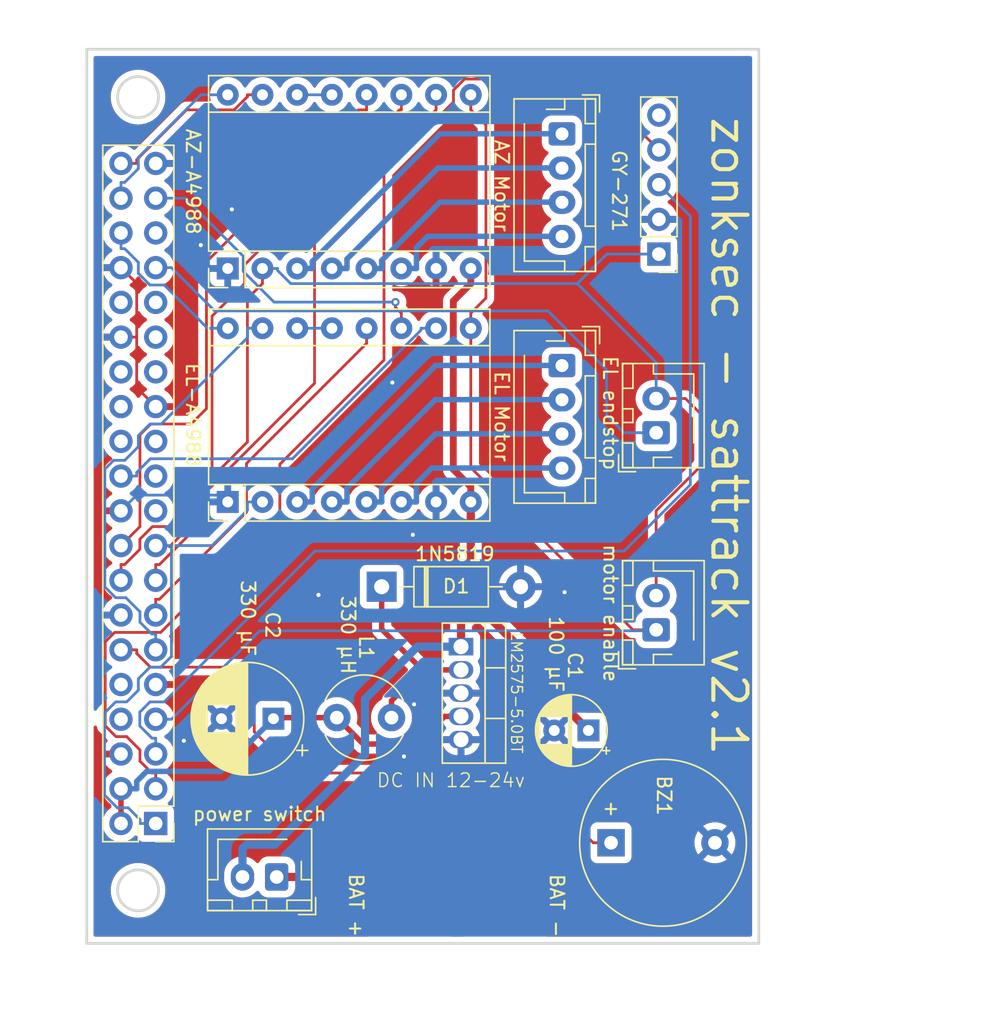
<source format=kicad_pcb>
(kicad_pcb (version 20240108) (generator "pcbnew") (generator_version "8.0")
  (layers (0 "F.Cu" signal) (31 "B.Cu" signal) (34 "B.Paste" user) (35 "F.Paste" user) (36 "B.SilkS" user "B.Silkscreen") (37 "F.SilkS" user "F.Silkscreen") (38 "B.Mask" user) (39 "F.Mask" user) (44 "Edge.Cuts" user))
  (net 0 "")
  (net 1 "GND")
  (net 2 "AZ ms1")
  (net 3 "AZ dir")
  (net 4 "AZ ms3")
  (net 5 "+3.3V")
  (net 6 "+12-24v")
  (net 7 "AZ ms2")
  (net 8 "AZ step")
  (net 9 "EL step")
  (net 10 "EL ms1")
  (net 11 "EL ms3")
  (net 12 "EL ms2")
  (net 13 "EL dir")
  (net 14 "Net-(BZ1-+)")
  (net 20 "+5V")
  (net 22 "i2c SDA")
  (net 25 "i2c SCL")
  (net 30 "Net-(AZ-A4988-1A)")
  (net 31 "Net-(AZ-A4988-2B)")
  (net 32 "Net-(AZ-A4988-1B)")
  (net 33 "Net-(AZ-A4988-2A)")
  (net 34 "Net-(AZ-A4988-~{RESET})")
  (net 35 "Net-(EL-A4988-2B)")
  (net 36 "EL endstop")
  (net 39 "Net-(EL-A4988-1A)")
  (net 40 "Net-(EL-A4988-2A)")
  (net 41 "Net-(EL-A4988-1B)")
  (net 42 "Net-(EL-A4988-~{RESET})")
  (net 43 "stepper enable")
  (net 44 "Net-(J6-Pin_1)")
  (net 45 "Net-(D1-K)")
  (footprint "Connector_JST:JST_XH_B2B-XH-AM_1x02_P2.50mm_Vertical" (layer "F.Cu") (at 91.4 78.04 90)
    (property "Reference" "J8" (hide yes))
    (property "Value" "EL endstop" (at 1.44 -3.36 -90) (layer "F.SilkS"))
    (pad "1" thru_hole roundrect (at 0 0 90) (size 1.7 2) (drill 1) (layers "*.Cu" "*.Mask") (roundrect_rratio 0.147059) (net 36 "EL endstop"))
    (pad "2" thru_hole oval (at 2.5 0 90) (size 1.7 2) (drill 1) (layers "*.Cu" "*.Mask") (net 5 "+3.3V"))
  )
  (footprint "Connector_Wire:SolderWirePad_1x01_SMD_5x10mm" (layer "F.Cu") (at 73.35 109.58)
    (property "Reference" "J6" (hide yes))
    (property "Value" "BAT +" (at -3.9 3.02 -90) (layer "F.SilkS"))
    (pad "1" smd rect (at 0 0) (size 5 10) (layers "F.Cu" "F.Paste" "F.Mask") (net 44 "Net-(J6-Pin_1)"))
  )
  (footprint "Inductor_THT:L_Radial_D6.0mm_P4.00mm" (layer "F.Cu") (at 72.04 98.87 180)
    (property "Reference" "L1" (at 1.85 5.13 -90) (layer "F.SilkS"))
    (property "Value" "330 µH" (at 3.18 6.04 -90) (layer "F.SilkS"))
    (pad "1" thru_hole circle (at 0 0 180) (size 2 2) (drill 1) (layers "*.Cu" "*.Mask") (net 45 "Net-(D1-K)"))
    (pad "2" thru_hole circle (at 4 0 180) (size 2 2) (drill 1) (layers "*.Cu" "*.Mask") (net 20 "+5V"))
  )
  (footprint "Connector_PinHeader_2.54mm:PinHeader_2x20_P2.54mm_Vertical" (layer "F.Cu") (at 53.5 82.5 180)
    (property "Reference" "J1" (hide yes))
    (property "Value" "Raspberry_Pi_2_3" (hide yes))
    (pad "1" thru_hole rect (at -1.29 -24.11 180) (size 1.7 1.7) (drill 1) (layers "*.Cu" "*.Mask") (net 5 "+3.3V"))
    (pad "2" thru_hole oval (at 1.25 -24.11 180) (size 1.7 1.7) (drill 1) (layers "*.Cu" "*.Mask") (net 20 "+5V"))
    (pad "3" thru_hole oval (at -1.29 -21.57 180) (size 1.7 1.7) (drill 1) (layers "*.Cu" "*.Mask") (net 22 "i2c SDA"))
    (pad "4" thru_hole oval (at 1.25 -21.57 180) (size 1.7 1.7) (drill 1) (layers "*.Cu" "*.Mask") (net 20 "+5V"))
    (pad "5" thru_hole oval (at -1.29 -19.03 180) (size 1.7 1.7) (drill 1) (layers "*.Cu" "*.Mask") (net 25 "i2c SCL"))
    (pad "6" thru_hole oval (at 1.25 -19.03 180) (size 1.7 1.7) (drill 1) (layers "*.Cu" "*.Mask") (net 1 "GND"))
    (pad "7" thru_hole oval (at -1.29 -16.49 180) (size 1.7 1.7) (drill 1) (layers "*.Cu" "*.Mask") (net 43 "stepper enable"))
    (pad "8" thru_hole oval (at 1.25 -16.49 180) (size 1.7 1.7) (drill 1) (layers "*.Cu" "*.Mask"))
    (pad "9" thru_hole oval (at -1.29 -13.95 180) (size 1.7 1.7) (drill 1) (layers "*.Cu" "*.Mask") (net 1 "GND"))
    (pad "10" thru_hole oval (at 1.25 -13.95 180) (size 1.7 1.7) (drill 1) (layers "*.Cu" "*.Mask"))
    (pad "11" thru_hole oval (at -1.29 -11.41 180) (size 1.7 1.7) (drill 1) (layers "*.Cu" "*.Mask") (net 9 "EL step"))
    (pad "12" thru_hole oval (at 1.25 -11.41 180) (size 1.7 1.7) (drill 1) (layers "*.Cu" "*.Mask") (net 14 "Net-(BZ1-+)"))
    (pad "13" thru_hole oval (at -1.29 -8.87 180) (size 1.7 1.7) (drill 1) (layers "*.Cu" "*.Mask") (net 11 "EL ms3"))
    (pad "14" thru_hole oval (at 1.25 -8.87 180) (size 1.7 1.7) (drill 1) (layers "*.Cu" "*.Mask") (net 1 "GND"))
    (pad "15" thru_hole oval (at -1.29 -6.33 180) (size 1.7 1.7) (drill 1) (layers "*.Cu" "*.Mask") (net 2 "AZ ms1"))
    (pad "16" thru_hole oval (at 1.25 -6.33 180) (size 1.7 1.7) (drill 1) (layers "*.Cu" "*.Mask") (net 7 "AZ ms2"))
    (pad "17" thru_hole oval (at -1.29 -3.79 180) (size 1.7 1.7) (drill 1) (layers "*.Cu" "*.Mask") (net 5 "+3.3V"))
    (pad "18" thru_hole oval (at 1.25 -3.79 180) (size 1.7 1.7) (drill 1) (layers "*.Cu" "*.Mask") (net 4 "AZ ms3"))
    (pad "19" thru_hole oval (at -1.29 -1.25 180) (size 1.7 1.7) (drill 1) (layers "*.Cu" "*.Mask"))
    (pad "20" thru_hole oval (at 1.25 -1.25 180) (size 1.7 1.7) (drill 1) (layers "*.Cu" "*.Mask") (net 1 "GND"))
    (pad "21" thru_hole oval (at -1.29 1.29 180) (size 1.7 1.7) (drill 1) (layers "*.Cu" "*.Mask"))
    (pad "22" thru_hole oval (at 1.25 1.29 180) (size 1.7 1.7) (drill 1) (layers "*.Cu" "*.Mask") (net 10 "EL ms1"))
    (pad "23" thru_hole oval (at -1.29 3.83 180) (size 1.7 1.7) (drill 1) (layers "*.Cu" "*.Mask"))
    (pad "24" thru_hole oval (at 1.25 3.83 180) (size 1.7 1.7) (drill 1) (layers "*.Cu" "*.Mask"))
    (pad "25" thru_hole oval (at -1.29 6.37 180) (size 1.7 1.7) (drill 1) (layers "*.Cu" "*.Mask") (net 1 "GND"))
    (pad "26" thru_hole oval (at 1.25 6.37 180) (size 1.7 1.7) (drill 1) (layers "*.Cu" "*.Mask"))
    (pad "27" thru_hole oval (at -1.29 8.91 180) (size 1.7 1.7) (drill 1) (layers "*.Cu" "*.Mask"))
    (pad "28" thru_hole oval (at 1.25 8.91 180) (size 1.7 1.7) (drill 1) (layers "*.Cu" "*.Mask"))
    (pad "29" thru_hole oval (at -1.29 11.45 180) (size 1.7 1.7) (drill 1) (layers "*.Cu" "*.Mask"))
    (pad "30" thru_hole oval (at 1.25 11.45 180) (size 1.7 1.7) (drill 1) (layers "*.Cu" "*.Mask") (net 1 "GND"))
    (pad "31" thru_hole oval (at -1.29 13.99 180) (size 1.7 1.7) (drill 1) (layers "*.Cu" "*.Mask"))
    (pad "32" thru_hole oval (at 1.25 13.99 180) (size 1.7 1.7) (drill 1) (layers "*.Cu" "*.Mask"))
    (pad "33" thru_hole oval (at -1.29 16.53 180) (size 1.7 1.7) (drill 1) (layers "*.Cu" "*.Mask") (net 36 "EL endstop"))
    (pad "34" thru_hole oval (at 1.25 16.53 180) (size 1.7 1.7) (drill 1) (layers "*.Cu" "*.Mask") (net 1 "GND"))
    (pad "35" thru_hole oval (at -1.29 19.07 180) (size 1.7 1.7) (drill 1) (layers "*.Cu" "*.Mask"))
    (pad "36" thru_hole oval (at 1.25 19.07 180) (size 1.7 1.7) (drill 1) (layers "*.Cu" "*.Mask") (net 13 "EL dir"))
    (pad "37" thru_hole oval (at -1.29 21.61 180) (size 1.7 1.7) (drill 1) (layers "*.Cu" "*.Mask") (net 12 "EL ms2"))
    (pad "38" thru_hole oval (at 1.25 21.61 180) (size 1.7 1.7) (drill 1) (layers "*.Cu" "*.Mask") (net 3 "AZ dir"))
    (pad "39" thru_hole oval (at -1.29 24.15 180) (size 1.7 1.7) (drill 1) (layers "*.Cu" "*.Mask") (net 1 "GND"))
    (pad "40" thru_hole oval (at 1.25 24.15 180) (size 1.7 1.7) (drill 1) (layers "*.Cu" "*.Mask") (net 8 "AZ step"))
  )
  (footprint "Capacitor_THT:CP_Radial_D8.0mm_P3.80mm" (layer "F.Cu") (at 63.402651 98.95 180)
    (property "Reference" "C2" (at 0.065113 6.85 -90) (layer "F.SilkS"))
    (property "Value" "330 µF" (at 1.865113 7.35 270) (layer "F.SilkS"))
    (pad "1" thru_hole rect (at 0 0 180) (size 1.6 1.6) (drill 0.8) (layers "*.Cu" "*.Mask") (net 20 "+5V"))
    (pad "2" thru_hole circle (at 3.8 0 180) (size 1.6 1.6) (drill 0.8) (layers "*.Cu" "*.Mask") (net 1 "GND"))
  )
  (footprint "Connector_Wire:SolderWirePad_1x01_SMD_5x10mm" (layer "F.Cu") (at 80.35 109.58)
    (property "Reference" "J7" (hide yes))
    (property "Value" "BAT -" (at 3.79 3.04 -90) (layer "F.SilkS"))
    (pad "1" smd rect (at 0 0) (size 5 10) (layers "F.Cu" "F.Paste" "F.Mask") (net 1 "GND"))
  )
  (footprint "Connector_JST:JST_XH_B4B-XH-AM_1x04_P2.50mm_Vertical" (layer "F.Cu") (at 84.51 56.19 -90)
    (property "Reference" "J4" (hide yes))
    (property "Value" "AZ Motor" (at 3.8 4.41 -90) (layer "F.SilkS"))
    (pad "1" thru_hole roundrect (at 0 0 270) (size 1.7 1.95) (drill 0.95) (layers "*.Cu" "*.Mask") (roundrect_rratio 0.147059) (net 32 "Net-(AZ-A4988-1B)"))
    (pad "2" thru_hole oval (at 2.5 0 270) (size 1.7 1.95) (drill 0.95) (layers "*.Cu" "*.Mask") (net 30 "Net-(AZ-A4988-1A)"))
    (pad "3" thru_hole oval (at 5 0 270) (size 1.7 1.95) (drill 0.95) (layers "*.Cu" "*.Mask") (net 33 "Net-(AZ-A4988-2A)"))
    (pad "4" thru_hole oval (at 7.5 0 270) (size 1.7 1.95) (drill 0.95) (layers "*.Cu" "*.Mask") (net 31 "Net-(AZ-A4988-2B)"))
  )
  (footprint "Connector_JST:JST_XH_B4B-XH-AM_1x04_P2.50mm_Vertical" (layer "F.Cu") (at 84.51 73.13 -90)
    (property "Reference" "J5" (hide yes))
    (property "Value" "EL Motor" (at 3.73 4.41 -90) (layer "F.SilkS"))
    (pad "1" thru_hole roundrect (at 0 0 270) (size 1.7 1.95) (drill 0.95) (layers "*.Cu" "*.Mask") (roundrect_rratio 0.147059) (net 41 "Net-(EL-A4988-1B)"))
    (pad "2" thru_hole oval (at 2.5 0 270) (size 1.7 1.95) (drill 0.95) (layers "*.Cu" "*.Mask") (net 39 "Net-(EL-A4988-1A)"))
    (pad "3" thru_hole oval (at 5 0 270) (size 1.7 1.95) (drill 0.95) (layers "*.Cu" "*.Mask") (net 40 "Net-(EL-A4988-2A)"))
    (pad "4" thru_hole oval (at 7.5 0 270) (size 1.7 1.95) (drill 0.95) (layers "*.Cu" "*.Mask") (net 35 "Net-(EL-A4988-2B)"))
  )
  (footprint "Capacitor_THT:CP_Radial_D5.0mm_P2.50mm" (layer "F.Cu") (at 86.445113 99.81 180)
    (property "Reference" "C1" (at 0.985113 4.75 -90) (layer "F.SilkS"))
    (property "Value" "100 µF" (at 2.365113 5.58 -90) (layer "F.SilkS"))
    (pad "1" thru_hole rect (at 0 0 180) (size 1.6 1.6) (drill 0.8) (layers "*.Cu" "*.Mask") (net 6 "+12-24v"))
    (pad "2" thru_hole circle (at 2.5 0 180) (size 1.6 1.6) (drill 0.8) (layers "*.Cu" "*.Mask") (net 1 "GND"))
  )
  (footprint "Package_TO_SOT_THT:TO-220-5_Vertical" (layer "F.Cu") (at 77.125 93.68 -90)
    (property "Reference" "U1" (hide yes))
    (property "Value" "LM2575-5.0BT" (at 3.36 -4.065 -90) (layer "F.SilkS") (effects (font (size 0.8 0.8) (thickness 0.1))))
    (pad "1" thru_hole rect (at 0 0 270) (size 1.275 1.8) (drill 1.1) (layers "*.Cu" "*.Mask") (net 6 "+12-24v"))
    (pad "2" thru_hole oval (at 1.7 0 270) (size 1.275 1.8) (drill 1.1) (layers "*.Cu" "*.Mask") (net 45 "Net-(D1-K)"))
    (pad "3" thru_hole oval (at 3.4 0 270) (size 1.275 1.8) (drill 1.1) (layers "*.Cu" "*.Mask") (net 1 "GND"))
    (pad "4" thru_hole oval (at 5.1 0 270) (size 1.275 1.8) (drill 1.1) (layers "*.Cu" "*.Mask") (net 20 "+5V"))
    (pad "5" thru_hole oval (at 6.8 0 270) (size 1.275 1.8) (drill 1.1) (layers "*.Cu" "*.Mask") (net 1 "GND"))
  )
  (footprint "Connector_PinHeader_2.54mm:PinHeader_1x05_P2.54mm_Vertical" (layer "F.Cu") (at 91.6 64.98 180)
    (property "Reference" "J3" (hide yes))
    (property "Value" "GY-271" (at 2.9 4.62 -90) (layer "F.SilkS"))
    (pad "1" thru_hole rect (at 0 0 180) (size 1.7 1.7) (drill 1) (layers "*.Cu" "*.Mask") (net 5 "+3.3V"))
    (pad "2" thru_hole oval (at 0 2.54 180) (size 1.7 1.7) (drill 1) (layers "*.Cu" "*.Mask") (net 1 "GND"))
    (pad "3" thru_hole oval (at 0 5.08 180) (size 1.7 1.7) (drill 1) (layers "*.Cu" "*.Mask") (net 25 "i2c SCL"))
    (pad "4" thru_hole oval (at 0 7.62 180) (size 1.7 1.7) (drill 1) (layers "*.Cu" "*.Mask") (net 22 "i2c SDA"))
    (pad "5" thru_hole oval (at 0 10.16 180) (size 1.7 1.7) (drill 1) (layers "*.Cu" "*.Mask"))
  )
  (footprint "Connector_JST:JST_XH_B2B-XH-AM_1x02_P2.50mm_Vertical" (layer "F.Cu") (at 91.4 92.45 90)
    (property "Reference" "J2" (hide yes))
    (property "Value" "motor enable" (at 1.21 -3.34 -90) (layer "F.SilkS"))
    (pad "1" thru_hole roundrect (at 0 0 90) (size 1.7 2) (drill 1) (layers "*.Cu" "*.Mask") (roundrect_rratio 0.147059) (net 43 "stepper enable"))
    (pad "2" thru_hole oval (at 2.5 0 90) (size 1.7 2) (drill 1) (layers "*.Cu" "*.Mask") (net 5 "+3.3V"))
  )
  (footprint "Module:Pololu_Breakout-16_15.2x20.3mm" (layer "F.Cu") (at 60.06 83.1 90)
    (property "Reference" "EL-A4988" (at 6.35 -2.54 -90) (layer "F.SilkS"))
    (property "Value" "Pololu_Breakout_A4988" (hide yes))
    (pad "1" thru_hole rect (at 0 0 90) (size 1.6 1.6) (drill 0.8) (layers "*.Cu" "*.Mask") (net 1 "GND"))
    (pad "2" thru_hole oval (at 0 2.54 90) (size 1.6 1.6) (drill 0.8) (layers "*.Cu" "*.Mask") (net 5 "+3.3V"))
    (pad "3" thru_hole oval (at 0 5.08 90) (size 1.6 1.6) (drill 0.8) (layers "*.Cu" "*.Mask") (net 41 "Net-(EL-A4988-1B)"))
    (pad "4" thru_hole oval (at 0 7.62 90) (size 1.6 1.6) (drill 0.8) (layers "*.Cu" "*.Mask") (net 39 "Net-(EL-A4988-1A)"))
    (pad "5" thru_hole oval (at 0 10.16 90) (size 1.6 1.6) (drill 0.8) (layers "*.Cu" "*.Mask") (net 40 "Net-(EL-A4988-2A)"))
    (pad "6" thru_hole oval (at 0 12.7 90) (size 1.6 1.6) (drill 0.8) (layers "*.Cu" "*.Mask") (net 35 "Net-(EL-A4988-2B)"))
    (pad "7" thru_hole oval (at 0 15.24 90) (size 1.6 1.6) (drill 0.8) (layers "*.Cu" "*.Mask") (net 1 "GND"))
    (pad "8" thru_hole oval (at 0 17.78 90) (size 1.6 1.6) (drill 0.8) (layers "*.Cu" "*.Mask") (net 6 "+12-24v"))
    (pad "9" thru_hole oval (at 12.7 17.78 90) (size 1.6 1.6) (drill 0.8) (layers "*.Cu" "*.Mask") (net 43 "stepper enable"))
    (pad "10" thru_hole oval (at 12.7 15.24 90) (size 1.6 1.6) (drill 0.8) (layers "*.Cu" "*.Mask") (net 10 "EL ms1"))
    (pad "11" thru_hole oval (at 12.7 12.7 90) (size 1.6 1.6) (drill 0.8) (layers "*.Cu" "*.Mask") (net 12 "EL ms2"))
    (pad "12" thru_hole oval (at 12.7 10.16 90) (size 1.6 1.6) (drill 0.8) (layers "*.Cu" "*.Mask") (net 11 "EL ms3"))
    (pad "13" thru_hole oval (at 12.7 7.62 90) (size 1.6 1.6) (drill 0.8) (layers "*.Cu" "*.Mask") (net 42 "Net-(EL-A4988-~{RESET})"))
    (pad "14" thru_hole oval (at 12.7 5.08 90) (size 1.6 1.6) (drill 0.8) (layers "*.Cu" "*.Mask") (net 42 "Net-(EL-A4988-~{RESET})"))
    (pad "15" thru_hole oval (at 12.7 2.54 90) (size 1.6 1.6) (drill 0.8) (layers "*.Cu" "*.Mask") (net 9 "EL step"))
    (pad "16" thru_hole oval (at 12.7 0 90) (size 1.6 1.6) (drill 0.8) (layers "*.Cu" "*.Mask") (net 13 "EL dir"))
  )
  (footprint "Module:Pololu_Breakout-16_15.2x20.3mm" (layer "F.Cu") (at 60.06 66.03 90)
    (property "Reference" "AZ-A4988" (at 6.35 -2.54 -90) (layer "F.SilkS"))
    (property "Value" "Pololu_Breakout_A4988" (hide yes))
    (pad "1" thru_hole rect (at 0 0 90) (size 1.6 1.6) (drill 0.8) (layers "*.Cu" "*.Mask") (net 1 "GND"))
    (pad "2" thru_hole oval (at 0 2.54 90) (size 1.6 1.6) (drill 0.8) (layers "*.Cu" "*.Mask") (net 5 "+3.3V"))
    (pad "3" thru_hole oval (at 0 5.08 90) (size 1.6 1.6) (drill 0.8) (layers "*.Cu" "*.Mask") (net 32 "Net-(AZ-A4988-1B)"))
    (pad "4" thru_hole oval (at 0 7.62 90) (size 1.6 1.6) (drill 0.8) (layers "*.Cu" "*.Mask") (net 30 "Net-(AZ-A4988-1A)"))
    (pad "5" thru_hole oval (at 0 10.16 90) (size 1.6 1.6) (drill 0.8) (layers "*.Cu" "*.Mask") (net 33 "Net-(AZ-A4988-2A)"))
    (pad "6" thru_hole oval (at 0 12.7 90) (size 1.6 1.6) (drill 0.8) (layers "*.Cu" "*.Mask") (net 31 "Net-(AZ-A4988-2B)"))
    (pad "7" thru_hole oval (at 0 15.24 90) (size 1.6 1.6) (drill 0.8) (layers "*.Cu" "*.Mask") (net 1 "GND"))
    (pad "8" thru_hole oval (at 0 17.78 90) (size 1.6 1.6) (drill 0.8) (layers "*.Cu" "*.Mask") (net 6 "+12-24v"))
    (pad "9" thru_hole oval (at 12.7 17.78 90) (size 1.6 1.6) (drill 0.8) (layers "*.Cu" "*.Mask") (net 43 "stepper enable"))
    (pad "10" thru_hole oval (at 12.7 15.24 90) (size 1.6 1.6) (drill 0.8) (layers "*.Cu" "*.Mask") (net 2 "AZ ms1"))
    (pad "11" thru_hole oval (at 12.7 12.7 90) (size 1.6 1.6) (drill 0.8) (layers "*.Cu" "*.Mask") (net 7 "AZ ms2"))
    (pad "12" thru_hole oval (at 12.7 10.16 90) (size 1.6 1.6) (drill 0.8) (layers "*.Cu" "*.Mask") (net 4 "AZ ms3"))
    (pad "13" thru_hole oval (at 12.7 7.62 90) (size 1.6 1.6) (drill 0.8) (layers "*.Cu" "*.Mask") (net 34 "Net-(AZ-A4988-~{RESET})"))
    (pad "14" thru_hole oval (at 12.7 5.08 90) (size 1.6 1.6) (drill 0.8) (layers "*.Cu" "*.Mask") (net 34 "Net-(AZ-A4988-~{RESET})"))
    (pad "15" thru_hole oval (at 12.7 2.54 90) (size 1.6 1.6) (drill 0.8) (layers "*.Cu" "*.Mask") (net 8 "AZ step"))
    (pad "16" thru_hole oval (at 12.7 0 90) (size 1.6 1.6) (drill 0.8) (layers "*.Cu" "*.Mask") (net 3 "AZ dir"))
  )
  (footprint "Buzzer_Beeper:Buzzer_12x9.5RM7.6" (layer "F.Cu") (at 88.1 108.02)
    (property "Reference" "BZ1" (at 3.88 -3.46 -90) (layer "F.SilkS"))
    (property "Value" "Buzzer" (hide yes))
    (fp_text user "+" (at -0.01 -2.54 0) (layer "F.SilkS"))
    (pad "1" thru_hole rect (at 0 0) (size 2 2) (drill 1) (layers "*.Cu" "*.Mask") (net 14 "Net-(BZ1-+)"))
    (pad "2" thru_hole circle (at 7.6 0) (size 2 2) (drill 1) (layers "*.Cu" "*.Mask") (net 1 "GND"))
  )
  (footprint "Diode_THT:D_DO-41_SOD81_P10.16mm_Horizontal" (layer "F.Cu") (at 71.32 89.3)
    (property "Reference" "D1" (at 5.45 -0.03 0) (layer "F.SilkS"))
    (property "Value" "1N5819" (at 5.36 -2.39 0) (layer "F.SilkS"))
    (pad "1" thru_hole rect (at 0 0) (size 2.2 2.2) (drill 1.1) (layers "*.Cu" "*.Mask") (net 45 "Net-(D1-K)"))
    (pad "2" thru_hole oval (at 10.16 0) (size 2.2 2.2) (drill 1.1) (layers "*.Cu" "*.Mask") (net 1 "GND"))
  )
  (footprint "Connector_JST:JST_XH_B2B-XH-AM_1x02_P2.50mm_Vertical" (layer "F.Cu") (at 63.64 110.52 180)
    (property "Reference" "J9" (hide yes))
    (property "Value" "power switch" (at 1.25 4.6 180) (layer "F.SilkS"))
    (pad "1" thru_hole roundrect (at 0 0 180) (size 1.7 2) (drill 1) (layers "*.Cu" "*.Mask") (roundrect_rratio 0.147059) (net 44 "Net-(J6-Pin_1)"))
    (pad "2" thru_hole oval (at 2.5 0 180) (size 1.7 2) (drill 1) (layers "*.Cu" "*.Mask") (net 6 "+12-24v"))
  )
  (gr_rect (start 49.75 50) (end 98.91 115.38) (stroke (width 0.2)) (fill none) (layer "Edge.Cuts"))
  (gr_circle (center 53.5 111.5) (end 55 111.5) (stroke (width 0.2)) (fill none) (layer "Edge.Cuts"))
  (gr_circle (center 53.5 53.5) (end 55 53.5) (stroke (width 0.2)) (fill none) (layer "Edge.Cuts"))
  (gr_text "DC IN 12-24v" (at 70.89 104.04 0) (layer "F.SilkS") (effects (font (size 1 1) (thickness 0.1)) (justify left bottom)))
  (gr_text "zonksec - sattrack v2.1" (at 95.26 54.76 270) (layer "F.SilkS") (effects (font (size 2.5 2.5) (thickness 0.3) (bold yes)) (justify left bottom)))
  (segment (start 53.4 67.12) (end 53.4 71.05) (width 0.2) (layer "F.Cu") (net 1))
  (segment (start 53.4 74.74) (end 54.79 76.13) (width 0.2) (layer "F.Cu") (net 1))
  (segment (start 52.25 71.05) (end 53.4 71.05) (width 0.2) (layer "F.Cu") (net 1))
  (segment (start 53.4 71.05) (end 53.4 74.74) (width 0.2) (layer "F.Cu") (net 1))
  (segment (start 52.25 65.97) (end 53.4 67.12) (width 0.2) (layer "F.Cu") (net 1))
  (via (at 84.7 89.7) (size 0.6) (drill 0.3) (layers "F.Cu" "B.Cu") (net 1))
  (via (at 72.1 74.37) (size 0.6) (drill 0.3) (layers "F.Cu" "B.Cu") (net 1))
  (via (at 58.09 64.32) (size 0.6) (drill 0.3) (layers "F.Cu" "B.Cu") (net 1))
  (via (at 73.6 85.5) (size 0.6) (drill 0.3) (layers "F.Cu" "B.Cu") (net 1))
  (via (at 73.69 97.9) (size 0.6) (drill 0.3) (layers "F.Cu" "B.Cu") (net 1))
  (via (at 60.36 61.71) (size 0.6) (drill 0.3) (layers "F.Cu" "B.Cu") (net 1))
  (via (at 56.85 100.56) (size 0.6) (drill 0.3) (layers "F.Cu" "B.Cu") (net 1))
  (via (at 72.95 101.71) (size 0.6) (drill 0.3) (layers "F.Cu" "B.Cu") (net 1))
  (via (at 66.7 89.9) (size 0.6) (drill 0.3) (layers "F.Cu" "B.Cu") (net 1))
  (segment (start 60.06 83.1) (end 59.56 82.6) (width 0.2) (layer "B.Cu") (net 1))
  (segment (start 59.56 82.6) (end 53.4 82.6) (width 0.2) (layer "B.Cu") (net 1))
  (segment (start 53.4 82.6) (end 52.25 83.75) (width 0.2) (layer "B.Cu") (net 1))
  (segment (start 58.37 82.4619) (end 66.41 74.4219) (width 0.2) (layer "F.Cu") (net 2))
  (segment (start 58.37 84.3668) (end 58.37 82.4619) (width 0.2) (layer "F.Cu") (net 2))
  (segment (start 55.0585 87.6783) (end 58.37 84.3668) (width 0.2) (layer "F.Cu") (net 2))
  (segment (start 54.79 88.83) (end 54.79 87.6783) (width 0.2) (layer "F.Cu") (net 2))
  (segment (start 54.79 87.6783) (end 55.0585 87.6783) (width 0.2) (layer "F.Cu") (net 2))
  (segment (start 66.41 63.3217) (end 75.3 54.4317) (width 0.2) (layer "F.Cu") (net 2))
  (segment (start 75.3 54.4317) (end 75.3 53.33) (width 0.2) (layer "F.Cu") (net 2))
  (segment (start 66.41 74.4219) (end 66.41 63.3217) (width 0.2) (layer "F.Cu") (net 2))
  (segment (start 53.52 58.7368) (end 52.5185 59.7383) (width 0.2) (layer "B.Cu") (net 3))
  (segment (start 58.0982 53.33) (end 53.52 57.9082) (width 0.2) (layer "B.Cu") (net 3))
  (segment (start 52.5185 59.7383) (end 52.25 59.7383) (width 0.2) (layer "B.Cu") (net 3))
  (segment (start 53.52 57.9082) (end 53.52 58.7368) (width 0.2) (layer "B.Cu") (net 3))
  (segment (start 60.06 53.33) (end 58.0982 53.33) (width 0.2) (layer "B.Cu") (net 3))
  (segment (start 52.25 60.89) (end 52.25 59.7383) (width 0.2) (layer "B.Cu") (net 3))
  (segment (start 69.6175 54.4317) (end 58.5 65.5492) (width 0.2) (layer "F.Cu") (net 4))
  (segment (start 54.4307 77.4) (end 53.6383 78.1924) (width 0.2) (layer "F.Cu") (net 4))
  (segment (start 58.5 65.5492) (end 58.5 76.28) (width 0.2) (layer "F.Cu") (net 4))
  (segment (start 57.38 77.4) (end 54.4307 77.4) (width 0.2) (layer "F.Cu") (net 4))
  (segment (start 58.5 76.28) (end 57.38 77.4) (width 0.2) (layer "F.Cu") (net 4))
  (segment (start 70.22 54.4317) (end 69.6175 54.4317) (width 0.2) (layer "F.Cu") (net 4))
  (segment (start 70.22 53.33) (end 70.22 54.4317) (width 0.2) (layer "F.Cu") (net 4))
  (segment (start 53.6383 84.9017) (end 52.25 86.29) (width 0.2) (layer "F.Cu") (net 4))
  (segment (start 53.6383 78.1924) (end 53.6383 84.9017) (width 0.2) (layer "F.Cu") (net 4))
  (segment (start 91.4 89.95) (end 91.4 83.74) (width 0.2) (layer "F.Cu") (net 5))
  (segment (start 93.54 75.54) (end 91.4 75.54) (width 0.2) (layer "F.Cu") (net 5))
  (segment (start 62.6 66.03) (end 62.6 67.1317) (width 0.2) (layer "F.Cu") (net 5))
  (segment (start 94.79 76.79) (end 93.54 75.54) (width 0.2) (layer "F.Cu") (net 5))
  (segment (start 62.6 67.1317) (end 61.4983 68.2334) (width 0.2) (layer "F.Cu") (net 5))
  (segment (start 91.4 83.74) (end 94.79 80.35) (width 0.2) (layer "F.Cu") (net 5))
  (segment (start 57.915557 82.300643) (end 57.915557 84.255557) (width 0.2) (layer "F.Cu") (net 5))
  (segment (start 61.4983 78.7179) (end 57.915557 82.300643) (width 0.2) (layer "F.Cu") (net 5))
  (segment (start 61.4983 68.2334) (end 61.4983 78.7179) (width 0.2) (layer "F.Cu") (net 5))
  (segment (start 57.915557 84.255557) (end 55.800557 86.370557) (width 0.2) (layer "F.Cu") (net 5))
  (segment (start 55.800557 86.370557) (end 55.72 86.29) (width 0.2) (layer "F.Cu") (net 5))
  (segment (start 94.79 80.35) (end 94.79 76.79) (width 0.2) (layer "F.Cu") (net 5))
  (segment (start 55.72 86.29) (end 54.79 86.29) (width 0.2) (layer "F.Cu") (net 5))
  (segment (start 52.6683 97.72) (end 53.52 96.8683) (width 0.2) (layer "B.Cu") (net 5))
  (segment (start 51.0498 104.5337) (end 51.0498 98.5285) (width 0.2) (layer "B.Cu") (net 5))
  (segment (start 52.7746 105.4583) (end 51.9744 105.4583) (width 0.2) (layer "B.Cu") (net 5))
  (segment (start 87.7883 64.98) (end 91.6 64.98) (width 0.2) (layer "B.Cu") (net 5))
  (segment (start 55.9417 94.3942) (end 55.9417 86.29) (width 0.2) (layer "B.Cu") (net 5))
  (segment (start 58.9108 86.29) (end 55.9417 86.29) (width 0.2) (layer "B.Cu") (net 5))
  (segment (start 55.9417 86.29) (end 54.79 86.29) (width 0.2) (layer "B.Cu") (net 5))
  (segment (start 91.4 72.9043) (end 91.4 75.54) (width 0.2) (layer "B.Cu") (net 5))
  (segment (start 61.4983 83.7025) (end 58.9108 86.29) (width 0.2) (layer "B.Cu") (net 5))
  (segment (start 85.632 67.1363) (end 87.7883 64.98) (width 0.2) (layer "B.Cu") (net 5))
  (segment (start 62.6 66.03) (end 63.7017 66.03) (width 0.2) (layer "B.Cu") (net 5))
  (segment (start 55.1559 95.18) (end 55.9417 94.3942) (width 0.2) (layer "B.Cu") (net 5))
  (segment (start 51.9744 105.4583) (end 51.0498 104.5337) (width 0.2) (layer "B.Cu") (net 5))
  (segment (start 85.632 67.1363) (end 64.6703 67.1363) (width 0.2) (layer "B.Cu") (net 5))
  (segment (start 53.6383 106.61) (end 53.6383 106.322) (width 0.2) (layer "B.Cu") (net 5))
  (segment (start 61.4983 83.1) (end 61.4983 83.7025) (width 0.2) (layer "B.Cu") (net 5))
  (segment (start 85.632 67.1363) (end 91.4 72.9043) (width 0.2) (layer "B.Cu") (net 5))
  (segment (start 62.6 83.1) (end 61.4983 83.1) (width 0.2) (layer "B.Cu") (net 5))
  (segment (start 63.7017 66.1677) (end 63.7017 66.03) (width 0.2) (layer "B.Cu") (net 5))
  (segment (start 53.52 96.0316) (end 54.3716 95.18) (width 0.2) (layer "B.Cu") (net 5))
  (segment (start 53.52 96.8683) (end 53.52 96.0316) (width 0.2) (layer "B.Cu") (net 5))
  (segment (start 54.79 106.61) (end 53.6383 106.61) (width 0.2) (layer "B.Cu") (net 5))
  (segment (start 53.6383 106.322) (end 52.7746 105.4583) (width 0.2) (layer "B.Cu") (net 5))
  (segment (start 64.6703 67.1363) (end 63.7017 66.1677) (width 0.2) (layer "B.Cu") (net 5))
  (segment (start 54.3716 95.18) (end 55.1559 95.18) (width 0.2) (layer "B.Cu") (net 5))
  (segment (start 51.8583 97.72) (end 52.6683 97.72) (width 0.2) (layer "B.Cu") (net 5))
  (segment (start 51.0498 98.5285) (end 51.8583 97.72) (width 0.2) (layer "B.Cu") (net 5))
  (segment (start 77.84 91.1563) (end 78.8163 91.1563) (width 0.6) (layer "F.Cu") (net 6))
  (segment (start 77.84 84.2017) (end 77.84 91.1563) (width 0.6) (layer "F.Cu") (net 6))
  (segment (start 77.84 91.1563) (end 77.125 91.8713) (width 0.6) (layer "F.Cu") (net 6))
  (segment (start 77.125 91.8713) (end 77.125 93.68) (width 0.6) (layer "F.Cu") (net 6))
  (segment (start 77.84 83.1) (end 77.84 84.2017) (width 0.6) (layer "F.Cu") (net 6))
  (segment (start 78.8163 91.1563) (end 85.0783 97.4183) (width 0.6) (layer "F.Cu") (net 6))
  (segment (start 85.0783 98.443187) (end 86.445113 99.81) (width 0.6) (layer "F.Cu") (net 6))
  (segment (start 76.56 68.4117) (end 76.56 80.7183) (width 0.5) (layer "F.Cu") (net 6))
  (segment (start 77.84 81.9983) (end 77.84 83.1) (width 0.5) (layer "F.Cu") (net 6))
  (segment (start 77.84 67.1317) (end 76.56 68.4117) (width 0.5) (layer "F.Cu") (net 6))
  (segment (start 77.84 66.03) (end 77.84 67.1317) (width 0.5) (layer "F.Cu") (net 6))
  (segment (start 76.56 80.7183) (end 77.84 81.9983) (width 0.5) (layer "F.Cu") (net 6))
  (segment (start 85.0783 97.4183) (end 85.0783 98.443187) (width 0.6) (layer "F.Cu") (net 6))
  (segment (start 70.1 101.56) (end 63.5 108.16) (width 0.6) (layer "B.Cu") (net 6))
  (segment (start 61.43 108.16) (end 61.14 108.45) (width 0.6) (layer "B.Cu") (net 6))
  (segment (start 77.125 93.68) (end 73.93 93.68) (width 0.6) (layer "B.Cu") (net 6))
  (segment (start 73.93 93.68) (end 70.1 97.51) (width 0.6) (layer "B.Cu") (net 6))
  (segment (start 63.5 108.16) (end 61.43 108.16) (width 0.6) (layer "B.Cu") (net 6))
  (segment (start 61.14 108.45) (end 61.14 110.52) (width 0.6) (layer "B.Cu") (net 6))
  (segment (start 70.1 97.51) (end 70.1 101.56) (width 0.6) (layer "B.Cu") (net 6))
  (segment (start 53.63 85.823654) (end 53.63 86.5668) (width 0.2) (layer "F.Cu") (net 7))
  (segment (start 53.63 86.5668) (end 52.5185 87.6783) (width 0.2) (layer "F.Cu") (net 7))
  (segment (start 52.5185 87.6783) (end 52.25 87.6783) (width 0.2) (layer "F.Cu") (net 7))
  (segment (start 54.55094 84.902714) (end 53.63 85.823654) (width 0.2) (layer "F.Cu") (net 7))
  (segment (start 72.76 54.4317) (end 72.6223 54.4317) (width 0.2) (layer "F.Cu") (net 7))
  (segment (start 57.515557 84.089871) (end 56.702714 84.902714) (width 0.2) (layer "F.Cu") (net 7))
  (segment (start 61.2983 65.7557) (end 61.2983 67.1302) (width 0.2) (layer "F.Cu") (net 7))
  (segment (start 56.702714 84.902714) (end 54.55094 84.902714) (width 0.2) (layer "F.Cu") (net 7))
  (segment (start 58.91 80.740514) (end 57.515557 82.134958) (width 0.2) (layer "F.Cu") (net 7))
  (segment (start 72.76 53.33) (end 72.76 54.4317) (width 0.2) (layer "F.Cu") (net 7))
  (segment (start 58.91 69.5185) (end 58.91 80.740514) (width 0.2) (layer "F.Cu") (net 7))
  (segment (start 72.6223 54.4317) (end 61.2983 65.7557) (width 0.2) (layer "F.Cu") (net 7))
  (segment (start 52.25 87.6783) (end 52.25 88.83) (width 0.2) (layer "F.Cu") (net 7))
  (segment (start 61.2983 67.1302) (end 58.91 69.5185) (width 0.2) (layer "F.Cu") (net 7))
  (segment (start 57.515557 82.134958) (end 57.515557 84.089871) (width 0.2) (layer "F.Cu") (net 7))
  (segment (start 61.4983 53.4678) (end 60.5344 54.4317) (width 0.2) (layer "F.Cu") (net 8))
  (segment (start 53.4017 58.0815) (end 53.4017 58.35) (width 0.2) (layer "F.Cu") (net 8))
  (segment (start 62.6 53.33) (end 61.4983 53.33) (width 0.2) (layer "F.Cu") (net 8))
  (segment (start 57.0515 54.4317) (end 53.4017 58.0815) (width 0.2) (layer "F.Cu") (net 8))
  (segment (start 61.4983 53.33) (end 61.4983 53.4678) (width 0.2) (layer "F.Cu") (net 8))
  (segment (start 52.25 58.35) (end 53.4017 58.35) (width 0.2) (layer "F.Cu") (net 8))
  (segment (start 60.5344 54.4317) (end 57.0515 54.4317) (width 0.2) (layer "F.Cu") (net 8))
  (segment (start 53.6383 91.1292) (end 52.6091 90.1) (width 0.2) (layer "B.Cu") (net 9))
  (segment (start 52.6091 90.1) (end 51.8544 90.1) (width 0.2) (layer "B.Cu") (net 9))
  (segment (start 52.5258 80.0583) (end 53.52 79.0641) (width 0.2) (layer "B.Cu") (net 9))
  (segment (start 51.069 80.7064) (end 51.7171 80.0583) (width 0.2) (layer "B.Cu") (net 9))
  (segment (start 61.4983 71.0985) (end 61.4983 70.4) (width 0.2) (layer "B.Cu") (net 9))
  (segment (start 55.1968 77.4) (end 61.4983 71.0985) (width 0.2) (layer "B.Cu") (net 9))
  (segment (start 53.6383 91.8946) (end 53.6383 91.1292) (width 0.2) (layer "B.Cu") (net 9))
  (segment (start 51.069 89.3146) (end 51.069 80.7064) (width 0.2) (layer "B.Cu") (net 9))
  (segment (start 51.8544 90.1) (end 51.069 89.3146) (width 0.2) (layer "B.Cu") (net 9))
  (segment (start 53.52 78.2516) (end 54.3716 77.4) (width 0.2) (layer "B.Cu") (net 9))
  (segment (start 54.79 93.91) (end 54.79 92.7583) (width 0.2) (layer "B.Cu") (net 9))
  (segment (start 53.52 79.0641) (end 53.52 78.2516) (width 0.2) (layer "B.Cu") (net 9))
  (segment (start 62.6 70.4) (end 61.4983 70.4) (width 0.2) (layer "B.Cu") (net 9))
  (segment (start 54.502 92.7583) (end 53.6383 91.8946) (width 0.2) (layer "B.Cu") (net 9))
  (segment (start 54.3716 77.4) (end 55.1968 77.4) (width 0.2) (layer "B.Cu") (net 9))
  (segment (start 54.79 92.7583) (end 54.502 92.7583) (width 0.2) (layer "B.Cu") (net 9))
  (segment (start 51.7171 80.0583) (end 52.5258 80.0583) (width 0.2) (layer "B.Cu") (net 9))
  (segment (start 53.4017 81.21) (end 53.4017 80.9415) (width 0.2) (layer "B.Cu") (net 10))
  (segment (start 52.25 81.21) (end 53.4017 81.21) (width 0.2) (layer "B.Cu") (net 10))
  (segment (start 53.4017 80.9415) (end 54.4032 79.94) (width 0.2) (layer "B.Cu") (net 10))
  (segment (start 54.4032 79.94) (end 64.796 79.94) (width 0.2) (layer "B.Cu") (net 10))
  (segment (start 64.796 79.94) (end 74.1983 70.5377) (width 0.2) (layer "B.Cu") (net 10))
  (segment (start 74.1983 70.5377) (end 74.1983 70.4) (width 0.2) (layer "B.Cu") (net 10))
  (segment (start 75.3 70.4) (end 74.1983 70.4) (width 0.2) (layer "B.Cu") (net 10))
  (segment (start 70.22 71.5017) (end 61.4317 80.29) (width 0.2) (layer "F.Cu") (net 11))
  (segment (start 55.0585 90.2183) (end 54.79 90.2183) (width 0.2) (layer "F.Cu") (net 11))
  (segment (start 61.4317 83.8451) (end 55.0585 90.2183) (width 0.2) (layer "F.Cu") (net 11))
  (segment (start 61.4317 80.29) (end 61.4317 83.8451) (width 0.2) (layer "F.Cu") (net 11))
  (segment (start 54.79 91.37) (end 54.79 90.2183) (width 0.2) (layer "F.Cu") (net 11))
  (segment (start 70.22 70.4) (end 70.22 71.5017) (width 0.2) (layer "F.Cu") (net 11))
  (segment (start 72.76 69.2983) (end 72.3286 68.8669) (width 0.2) (layer "F.Cu") (net 12))
  (segment (start 72.3286 68.8669) (end 72.3286 68.4911) (width 0.2) (layer "F.Cu") (net 12))
  (segment (start 72.76 70.4) (end 72.76 69.2983) (width 0.2) (layer "F.Cu") (net 12))
  (via (at 72.3286 68.4911) (size 0.6) (drill 0.3) (layers "F.Cu" "B.Cu") (net 12))
  (segment (start 56.9525 60.89) (end 54.79 60.89) (width 0.2) (layer "B.Cu") (net 12))
  (segment (start 61.1885 65.126) (end 56.9525 60.89) (width 0.2) (layer "B.Cu") (net 12))
  (segment (start 63.4444 68.4911) (end 61.1885 66.2352) (width 0.2) (layer "B.Cu") (net 12))
  (segment (start 61.1885 66.2352) (end 61.1885 65.126) (width 0.2) (layer "B.Cu") (net 12))
  (segment (start 72.3286 68.4911) (end 63.4444 68.4911) (width 0.2) (layer "B.Cu") (net 12))
  (segment (start 54.3716 67.24) (end 53.52 66.3884) (width 0.2) (layer "B.Cu") (net 13))
  (segment (start 52.5185 64.5817) (end 52.25 64.5817) (width 0.2) (layer "B.Cu") (net 13))
  (segment (start 53.52 66.3884) (end 53.52 65.5832) (width 0.2) (layer "B.Cu") (net 13))
  (segment (start 55.42 67.24) (end 54.3716 67.24) (width 0.2) (layer "B.Cu") (net 13))
  (segment (start 60.06 70.4) (end 58.58 70.4) (width 0.2) (layer "B.Cu") (net 13))
  (segment (start 52.25 63.43) (end 52.25 64.5817) (width 0.2) (layer "B.Cu") (net 13))
  (segment (start 58.58 70.4) (end 55.42 67.24) (width 0.2) (layer "B.Cu") (net 13))
  (segment (start 53.52 65.5832) (end 52.5185 64.5817) (width 0.2) (layer "B.Cu") (net 13))
  (segment (start 62 96.21) (end 60.97 95.18) (width 0.2) (layer "F.Cu") (net 14))
  (segment (start 53.4017 94.1785) (end 53.4017 93.91) (width 0.2) (layer "F.Cu") (net 14))
  (segment (start 88.1 108.02) (end 86.7983 108.02) (width 0.2) (layer "F.Cu") (net 14))
  (segment (start 86.7983 108.02) (end 81.6981 102.9198) (width 0.2) (layer "F.Cu") (net 14))
  (segment (start 65.0198 102.9198) (end 62 99.9) (width 0.2) (layer "F.Cu") (net 14))
  (segment (start 54.4032 95.18) (end 53.4017 94.1785) (width 0.2) (layer "F.Cu") (net 14))
  (segment (start 53.4017 93.91) (end 52.25 93.91) (width 0.2) (layer "F.Cu") (net 14))
  (segment (start 60.97 95.18) (end 54.4032 95.18) (width 0.2) (layer "F.Cu") (net 14))
  (segment (start 62 99.9) (end 62 96.21) (width 0.2) (layer "F.Cu") (net 14))
  (segment (start 81.6981 102.9198) (end 65.0198 102.9198) (width 0.2) (layer "F.Cu") (net 14))
  (segment (start 73.9 100.8) (end 75.92 98.78) (width 0.4) (layer "F.Cu") (net 20))
  (segment (start 68.04 98.87) (end 69.97 100.8) (width 0.4) (layer "F.Cu") (net 20))
  (segment (start 52.25 104.07) (end 52.25 106.61) (width 0.4) (layer "F.Cu") (net 20))
  (segment (start 75.92 98.78) (end 77.125 98.78) (width 0.4) (layer "F.Cu") (net 20))
  (segment (start 68.04 98.87) (end 63.55 98.87) (width 0.4) (layer "F.Cu") (net 20))
  (segment (start 69.97 100.8) (end 73.9 100.8) (width 0.4) (layer "F.Cu") (net 20))
  (segment (start 63.55 98.87) (end 63.55 98.95) (width 0.4) (layer "F.Cu") (net 20))
  (segment (start 54.13 102.8) (end 59.552651 102.8) (width 0.4) (layer "B.Cu") (net 20))
  (segment (start 53.4017 104.07) (end 53.4017 103.5283) (width 0.4) (layer "B.Cu") (net 20))
  (segment (start 59.552651 102.8) (end 63.402651 98.95) (width 0.4) (layer "B.Cu") (net 20))
  (segment (start 53.4017 103.5283) (end 54.13 102.8) (width 0.4) (layer "B.Cu") (net 20))
  (segment (start 52.25 104.07) (end 53.4017 104.07) (width 0.4) (layer "B.Cu") (net 20))
  (segment (start 77.3804 52.1804) (end 86.4204 52.1804) (width 0.2) (layer "F.Cu") (net 22))
  (segment (start 71.49 58.94) (end 76.57 53.86) (width 0.2) (layer "F.Cu") (net 22))
  (segment (start 51.884 100.26) (end 51.0977 99.4737) (width 0.2) (layer "F.Cu") (net 22))
  (segment (start 76.57 53.86) (end 76.57 52.9908) (width 0.2) (layer "F.Cu") (net 22))
  (segment (start 63.87 83.9218) (end 63.87 80.3489) (width 0.2) (layer "F.Cu") (net 22))
  (segment (start 53.6383 102.0546) (end 53.6383 101.23) (width 0.2) (layer "F.Cu") (net 22))
  (segment (start 54.502 102.9183) (end 53.6383 102.0546) (width 0.2) (layer "F.Cu") (net 22))
  (segment (start 53.6383 101.23) (end 52.6683 100.26) (width 0.2) (layer "F.Cu") (net 22))
  (segment (start 51.7883 92.64) (end 55.1518 92.64) (width 0.2) (layer "F.Cu") (net 22))
  (segment (start 71.49 72.7289) (end 71.49 58.94) (width 0.2) (layer "F.Cu") (net 22))
  (segment (start 76.57 52.9908) (end 77.3804 52.1804) (width 0.2) (layer "F.Cu") (net 22))
  (segment (start 86.4204 52.1804) (end 91.6 57.36) (width 0.2) (layer "F.Cu") (net 22))
  (segment (start 51.0977 99.4737) (end 51.0977 93.3306) (width 0.2) (layer "F.Cu") (net 22))
  (segment (start 54.79 104.07) (end 54.79 102.9183) (width 0.2) (layer "F.Cu") (net 22))
  (segment (start 51.0977 93.3306) (end 51.7883 92.64) (width 0.2) (layer "F.Cu") (net 22))
  (segment (start 54.79 102.9183) (end 54.502 102.9183) (width 0.2) (layer "F.Cu") (net 22))
  (segment (start 52.6683 100.26) (end 51.884 100.26) (width 0.2) (layer "F.Cu") (net 22))
  (segment (start 63.87 80.3489) (end 71.49 72.7289) (width 0.2) (layer "F.Cu") (net 22))
  (segment (start 55.1518 92.64) (end 63.87 83.9218) (width 0.2) (layer "F.Cu") (net 22))
  (segment (start 66.4498 86.6902) (end 89.0598 86.6902) (width 0.2) (layer "B.Cu") (net 25))
  (segment (start 91.49 60.02) (end 92.03 60.56) (width 0.2) (layer "B.Cu") (net 25))
  (segment (start 55.42 97.72) (end 66.4498 86.6902) (width 0.2) (layer "B.Cu") (net 25))
  (segment (start 54.5215 100.3783) (end 53.6264 99.4832) (width 0.2) (layer "B.Cu") (net 25))
  (segment (start 93.9 62.2) (end 91.6 59.9) (width 0.2) (layer "B.Cu") (net 25))
  (segment (start 89.0598 86.6902) (end 93.9 81.85) (width 0.2) (layer "B.Cu") (net 25))
  (segment (start 54.79 101.53) (end 54.79 100.3783) (width 0.2) (layer "B.Cu") (net 25))
  (segment (start 54.79 100.3783) (end 54.5215 100.3783) (width 0.2) (layer "B.Cu") (net 25))
  (segment (start 54.3716 97.72) (end 55.42 97.72) (width 0.2) (layer "B.Cu") (net 25))
  (segment (start 53.6264 98.4652) (end 54.3716 97.72) (width 0.2) (layer "B.Cu") (net 25))
  (segment (start 53.6264 99.4832) (end 53.6264 98.4652) (width 0.2) (layer "B.Cu") (net 25))
  (segment (start 93.9 81.85) (end 93.9 62.2) (width 0.2) (layer "B.Cu") (net 25))
  (segment (start 75.44 58.68) (end 84.06 58.68) (width 0.4) (layer "B.Cu") (net 30))
  (segment (start 67.68 66.03) (end 68.7817 66.03) (width 0.4) (layer "B.Cu") (net 30))
  (segment (start 68.7817 66.03) (end 68.7817 65.3383) (width 0.4) (layer "B.Cu") (net 30))
  (segment (start 68.7817 65.3383) (end 75.44 58.68) (width 0.4) (layer "B.Cu") (net 30))
  (segment (start 72.76 66.03) (end 73.8617 66.03) (width 0.4) (layer "B.Cu") (net 31))
  (segment (start 74.69 63.68) (end 84.06 63.68) (width 0.4) (layer "B.Cu") (net 31))
  (segment (start 73.8617 66.03) (end 73.8617 64.5083) (width 0.4) (layer "B.Cu") (net 31))
  (segment (start 73.8617 64.5083) (end 74.69 63.68) (width 0.4) (layer "B.Cu") (net 31))
  (segment (start 66.2417 66.03) (end 66.2417 65.5183) (width 0.4) (layer "B.Cu") (net 32))
  (segment (start 75.58 56.18) (end 84.06 56.18) (width 0.4) (layer "B.Cu") (net 32))
  (segment (start 65.14 66.03) (end 66.2417 66.03) (width 0.4) (layer "B.Cu") (net 32))
  (segment (start 66.2417 65.5183) (end 75.58 56.18) (width 0.4) (layer "B.Cu") (net 32))
  (segment (start 75.59 61.18) (end 84.06 61.18) (width 0.4) (layer "B.Cu") (net 33))
  (segment (start 71.3217 65.4483) (end 75.59 61.18) (width 0.4) (layer "B.Cu") (net 33))
  (segment (start 71.3217 66.03) (end 71.3217 65.4483) (width 0.4) (layer "B.Cu") (net 33))
  (segment (start 70.22 66.03) (end 71.3217 66.03) (width 0.4) (layer "B.Cu") (net 33))
  (segment (start 65.14 53.33) (end 67.68 53.33) (width 0.2) (layer "B.Cu") (net 34))
  (segment (start 74.99 80.62) (end 84.06 80.62) (width 0.4) (layer "B.Cu") (net 35))
  (segment (start 73.8617 83.1) (end 73.8617 81.7483) (width 0.4) (layer "B.Cu") (net 35))
  (segment (start 73.8617 81.7483) (end 74.99 80.62) (width 0.4) (layer "B.Cu") (net 35))
  (segment (start 72.76 83.1) (end 73.8617 83.1) (width 0.4) (layer "B.Cu") (net 35))
  (segment (start 83.4833 69.1333) (end 59.105 69.1333) (width 0.2) (layer "B.Cu") (net 36))
  (segment (start 87.7702 73.4202) (end 83.4833 69.1333) (width 0.2) (layer "B.Cu") (net 36))
  (segment (start 91.4 78.04) (end 89.05 78.04) (width 0.2) (layer "B.Cu") (net 36))
  (segment (start 87.7702 76.7602) (end 87.7702 73.4202) (width 0.2) (layer "B.Cu") (net 36))
  (segment (start 55.9417 65.97) (end 54.79 65.97) (width 0.2) (layer "B.Cu") (net 36))
  (segment (start 89.05 78.04) (end 87.7702 76.7602) (width 0.2) (layer "B.Cu") (net 36))
  (segment (start 59.105 69.1333) (end 55.9417 65.97) (width 0.2) (layer "B.Cu") (net 36))
  (segment (start 68.7817 83.1) (end 68.7817 82.0883) (width 0.4) (layer "B.Cu") (net 39))
  (segment (start 75.25 75.62) (end 84.06 75.62) (width 0.4) (layer "B.Cu") (net 39))
  (segment (start 68.7817 82.0883) (end 75.25 75.62) (width 0.4) (layer "B.Cu") (net 39))
  (segment (start 67.68 83.1) (end 68.7817 83.1) (width 0.4) (layer "B.Cu") (net 39))
  (segment (start 71.3217 83.1) (end 71.3217 82.0683) (width 0.4) (layer "B.Cu") (net 40))
  (segment (start 70.22 83.1) (end 71.3217 83.1) (width 0.4) (layer "B.Cu") (net 40))
  (segment (start 71.3217 82.0683) (end 75.27 78.12) (width 0.4) (layer "B.Cu") (net 40))
  (segment (start 75.27 78.12) (end 84.06 78.12) (width 0.4) (layer "B.Cu") (net 40))
  (segment (start 65.14 83.1) (end 66.2417 83.1) (width 0.4) (layer "B.Cu") (net 41))
  (segment (start 75.27 73.12) (end 84.06 73.12) (width 0.4) (layer "B.Cu") (net 41))
  (segment (start 66.2417 83.1) (end 66.2417 82.1483) (width 0.4) (layer "B.Cu") (net 41))
  (segment (start 66.2417 82.1483) (end 75.27 73.12) (width 0.4) (layer "B.Cu") (net 41))
  (segment (start 65.14 70.4) (end 67.68 70.4) (width 0.2) (layer "B.Cu") (net 42))
  (segment (start 77.84 80.59) (end 77.84 70.4) (width 0.2) (layer "F.Cu") (net 43))
  (segment (start 78.9481 55.5398) (end 78.9481 68.1902) (width 0.2) (layer "F.Cu") (net 43))
  (segment (start 77.84 53.33) (end 77.84 54.4317) (width 0.2) (layer "F.Cu") (net 43))
  (segment (start 77.84 70.4) (end 77.84 69.2983) (width 0.2) (layer "F.Cu") (net 43))
  (segment (start 89.7 92.45) (end 77.84 80.59) (width 0.2) (layer "F.Cu") (net 43))
  (segment (start 91.4 92.45) (end 89.7 92.45) (width 0.2) (layer "F.Cu") (net 43))
  (segment (start 77.84 54.4317) (end 78.9481 55.5398) (width 0.2) (layer "F.Cu") (net 43))
  (segment (start 78.9481 68.1902) (end 77.84 69.2983) (width 0.2) (layer "F.Cu") (net 43))
  (segment (start 55.9417 98.99) (end 62.4117 92.52) (width 0.2) (layer "B.Cu") (net 43))
  (segment (start 54.79 98.99) (end 55.9417 98.99) (width 0.2) (layer "B.Cu") (net 43))
  (segment (start 62.4117 92.52) (end 91.33 92.52) (width 0.2) (layer "B.Cu") (net 43))
  (segment (start 91.33 92.52) (end 91.4 92.45) (width 0.2) (layer "B.Cu") (net 43))
  (segment (start 63.64 110.52) (end 69.6083 110.52) (width 0.6) (layer "F.Cu") (net 44))
  (segment (start 69.6083 110.52) (end 70.5483 109.58) (width 0.6) (layer "F.Cu") (net 44))
  (segment (start 73.35 109.58) (end 70.5483 109.58) (width 0.6) (layer "F.Cu") (net 44))
  (segment (start 72.04 97.6333) (end 72.04 98.87) (width 0.4) (layer "F.Cu") (net 45))
  (segment (start 71.32 89.3) (end 71.32 92.4067) (width 0.4) (layer "F.Cu") (net 45))
  (segment (start 74.2933 95.38) (end 77.125 95.38) (width 0.4) (layer "F.Cu") (net 45))
  (segment (start 71.32 92.4067) (end 74.2933 95.38) (width 0.4) (layer "F.Cu") (net 45))
  (segment (start 74.2933 95.38) (end 72.04 97.6333) (width 0.4) (layer "F.Cu") (net 45))
  (zone (net 1) (net_name "GND") (layers "F&B.Cu") (connect_pads (clearance 0.5)) (min_thickness 0.25) (fill yes (thermal_gap 0.5) (thermal_bridge_width 0.5))
    (polygon (pts (xy 43.4 46.4) (xy 44.73 121.29) (xy 113.03 121.01) (xy 115.98 47.07)))
  )
)
</source>
